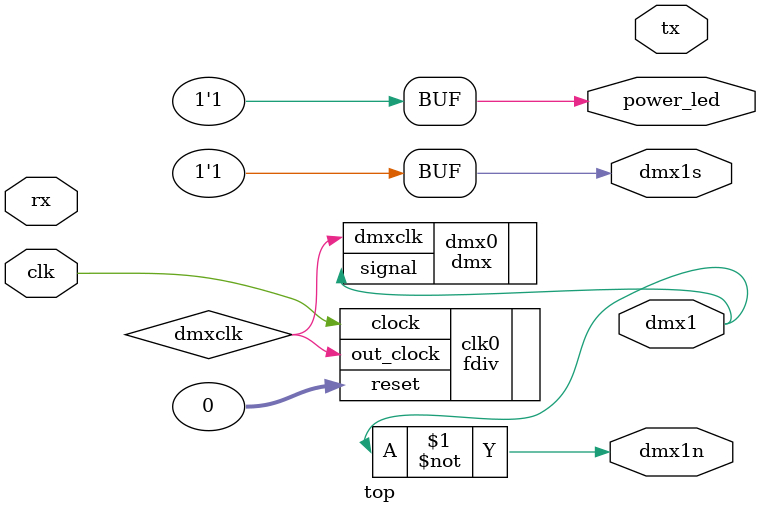
<source format=v>
module top(
    input wire clk,
    output wire power_led,

    input wire rx,
    output wire tx,

    output wire dmx1,
    output wire dmx1n,
    output wire dmx1s
);
    wire dmxclk;

    assign power_led = 1;
    assign dmx1s = 1;
    assign dmx1n = ~dmx1;

    // the result clock here has an extra 5hz since 250kHz gave me 4.2us, but 250005hz gave me 4us. guess the input clock isn't exactly 12MHz?
    fdiv #(.clock_hz(12000000), .hz(250005)) clk0(.clock(clk), .reset(0), .out_clock(dmxclk));
    dmx dmx0(.dmxclk(dmxclk), .signal(dmx1));
endmodule
</source>
